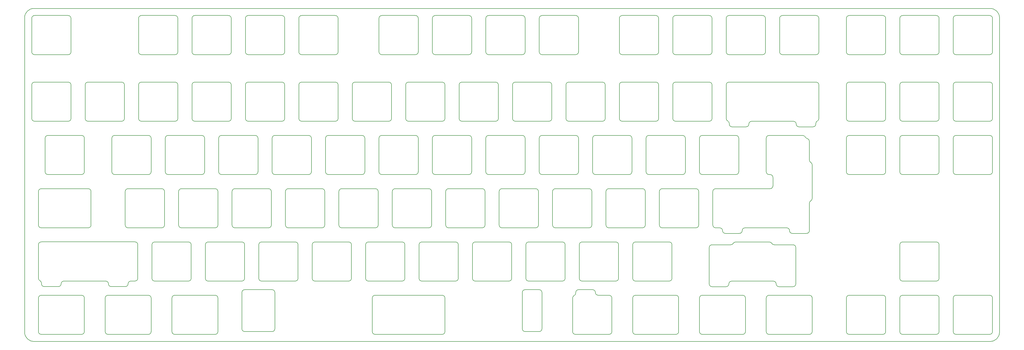
<source format=gbr>
%TF.GenerationSoftware,KiCad,Pcbnew,5.1.7-a382d34a8~88~ubuntu20.04.1*%
%TF.CreationDate,2021-03-29T02:50:00+02:00*%
%TF.ProjectId,mysterium-plate,6d797374-6572-4697-956d-2d706c617465,rev?*%
%TF.SameCoordinates,Original*%
%TF.FileFunction,Legend,Top*%
%TF.FilePolarity,Positive*%
%FSLAX46Y46*%
G04 Gerber Fmt 4.6, Leading zero omitted, Abs format (unit mm)*
G04 Created by KiCad (PCBNEW 5.1.7-a382d34a8~88~ubuntu20.04.1) date 2021-03-29 02:50:00*
%MOMM*%
%LPD*%
G01*
G04 APERTURE LIST*
%TA.AperFunction,Profile*%
%ADD10C,0.200000*%
%TD*%
%TA.AperFunction,Profile*%
%ADD11C,0.150000*%
%TD*%
G04 APERTURE END LIST*
D10*
X288432738Y-123985408D02*
X288432742Y-124205969D01*
X319308738Y-123985414D02*
X319308759Y-124205969D01*
X319852238Y-123095691D02*
G75*
G03*
X320395738Y-122205968I-456500J889723D01*
G01*
X319852238Y-123095691D02*
G75*
G03*
X319308738Y-123985414I456500J-889723D01*
G01*
X287889238Y-123095685D02*
G75*
G02*
X288432738Y-123985408I-456500J-889723D01*
G01*
X287889238Y-123095685D02*
G75*
G02*
X287345738Y-122205962I456500J889723D01*
G01*
X319395737Y-109205961D02*
G75*
G02*
X320395738Y-110205962I0J-1000001D01*
G01*
X320395738Y-122205968D02*
X320395738Y-110205962D01*
X287345738Y-110205962D02*
X287345738Y-122205962D01*
X287345738Y-110205962D02*
G75*
G02*
X288345738Y-109205962I1000000J0D01*
G01*
X42628250Y-180221624D02*
G75*
G02*
X43171750Y-181111347I-456500J-889723D01*
G01*
X51171750Y-180331900D02*
X66047750Y-180331900D01*
X43084750Y-166331901D02*
X76516000Y-166331901D01*
X66047750Y-180331901D02*
G75*
G02*
X67047750Y-181331901I0J-1000000D01*
G01*
X74047750Y-181331901D02*
X74047750Y-181331901D01*
X67047750Y-181331901D02*
X67047750Y-181331901D01*
X43171749Y-181331901D02*
X43171749Y-181111347D01*
X50171750Y-181331901D02*
X50171750Y-181331901D01*
X75047750Y-180331900D02*
X76516000Y-180331900D01*
X74047750Y-181331901D02*
G75*
G02*
X75047750Y-180331901I1000000J0D01*
G01*
X50171750Y-181331901D02*
G75*
G02*
X51171750Y-180331901I1000000J0D01*
G01*
X44171749Y-182331901D02*
G75*
G02*
X43171749Y-181331901I0J1000000D01*
G01*
X42084750Y-167331900D02*
X42084750Y-179331901D01*
X44171749Y-182331900D02*
X49171750Y-182331900D01*
X77516000Y-179331901D02*
G75*
G02*
X76516000Y-180331901I-1000000J0D01*
G01*
X42628250Y-180221624D02*
G75*
G02*
X42084750Y-179331901I456500J889723D01*
G01*
X42084750Y-167331900D02*
G75*
G02*
X43084750Y-166331900I1000000J0D01*
G01*
X50171750Y-181331901D02*
G75*
G02*
X49171750Y-182331901I-1000000J0D01*
G01*
X77516000Y-167331900D02*
X77516000Y-179331901D01*
X68047750Y-182331901D02*
G75*
G02*
X67047750Y-181331901I0J1000000D01*
G01*
X68047750Y-182331900D02*
X73047750Y-182331900D01*
X76516000Y-166331900D02*
G75*
G02*
X77516000Y-167331900I0J-1000000D01*
G01*
X74047750Y-181331901D02*
G75*
G02*
X73047750Y-182331901I-1000000J0D01*
G01*
X310927504Y-163305990D02*
X316010000Y-163305990D01*
X310927504Y-163305991D02*
G75*
G02*
X309927503Y-162305990I0J1000001D01*
G01*
X308927503Y-161305990D02*
G75*
G02*
X309927503Y-162305990I0J-1000000D01*
G01*
X283578300Y-147307301D02*
X303009550Y-147307301D01*
X283578300Y-161307301D02*
X285046550Y-161307301D01*
X286046550Y-162307301D02*
X286046550Y-162307301D01*
X285046550Y-161307301D02*
G75*
G02*
X286046550Y-162307301I0J-1000000D01*
G01*
X282578300Y-148307301D02*
G75*
G02*
X283578300Y-147307301I1000000J0D01*
G01*
X287046550Y-163307301D02*
G75*
G02*
X286046550Y-162307301I0J1000000D01*
G01*
X282578300Y-148307301D02*
X282578300Y-160307301D01*
X283578300Y-161307301D02*
G75*
G02*
X282578300Y-160307301I0J1000000D01*
G01*
X304009550Y-146307301D02*
X304009550Y-143257301D01*
X317009550Y-162307301D02*
G75*
G02*
X316009550Y-163307301I-1000000J0D01*
G01*
X317509550Y-137916275D02*
G75*
G02*
X317009550Y-137050250I500000J866025D01*
G01*
X316219762Y-129366645D02*
G75*
G02*
X315529137Y-128823145I210213J977656D01*
G01*
X317009550Y-130344301D02*
X317009550Y-137050250D01*
X303009550Y-142257301D02*
G75*
G02*
X304009550Y-143257301I0J-1000000D01*
G01*
X303009550Y-142257301D02*
X302628299Y-142257301D01*
X304009550Y-146307301D02*
G75*
G02*
X303009550Y-147307301I-1000000J0D01*
G01*
X317009550Y-152514351D02*
G75*
G02*
X317509550Y-151648326I1000000J0D01*
G01*
X317009550Y-162307301D02*
X317009550Y-152514351D01*
X316219763Y-129366645D02*
G75*
G02*
X317009550Y-130344301I-210213J-977656D01*
G01*
X318009550Y-150782301D02*
G75*
G02*
X317509550Y-151648326I-1000000J0D01*
G01*
X302628299Y-128257301D02*
X314628300Y-128257301D01*
X318009550Y-138782301D02*
X318009550Y-150782301D01*
X302628299Y-142257301D02*
G75*
G02*
X301628299Y-141257301I0J1000000D01*
G01*
X314628299Y-128257302D02*
G75*
G02*
X315529137Y-128823145I1J-999999D01*
G01*
X317509550Y-137916276D02*
G75*
G02*
X318009550Y-138782301I-500000J-866025D01*
G01*
X301628299Y-129257301D02*
G75*
G02*
X302628299Y-128257301I1000000J0D01*
G01*
X301628299Y-129257301D02*
X301628299Y-141257301D01*
X225433208Y-148305982D02*
X225433208Y-160305989D01*
X214639451Y-184406002D02*
G75*
G02*
X215639452Y-183406001I1000001J0D01*
G01*
X145470664Y-142255979D02*
X157470671Y-142255979D01*
X221670706Y-99393456D02*
X233670712Y-99393456D01*
X68270623Y-129255972D02*
X68270623Y-141255978D01*
X182283184Y-160305989D02*
G75*
G02*
X181283184Y-161305989I-1000000J0D01*
G01*
X215620703Y-141255978D02*
G75*
G02*
X214620702Y-142255979I-1000001J0D01*
G01*
X221670706Y-142255979D02*
X233670712Y-142255979D01*
X178808182Y-180356000D02*
X190808189Y-180356000D01*
X228908210Y-166355992D02*
X216908203Y-166355992D01*
X115639398Y-198406009D02*
X125395654Y-198406009D01*
X43076859Y-199406010D02*
X57458117Y-199406010D01*
X306165001Y-182356001D02*
X311165004Y-182356001D01*
X291820744Y-141255978D02*
G75*
G02*
X290820743Y-142255979I-1000001J0D01*
G01*
X259770726Y-142255978D02*
G75*
G02*
X258770726Y-141255978I0J1000000D01*
G01*
X196570693Y-141255978D02*
G75*
G02*
X195570692Y-142255979I-1000001J0D01*
G01*
X254008223Y-186406003D02*
X254008223Y-198406009D01*
X350258275Y-199406010D02*
X362258282Y-199406010D01*
X281288988Y-168355993D02*
X281288988Y-181356000D01*
X90701885Y-199406010D02*
G75*
G02*
X89701884Y-198406009I0J1000001D01*
G01*
X288288992Y-181356000D02*
G75*
G02*
X289288992Y-180356000I1000000J0D01*
G01*
X259770726Y-142255979D02*
X271770733Y-142255979D01*
X139708161Y-167355992D02*
X139708161Y-179355999D01*
X149233167Y-148305982D02*
X149233167Y-160305989D01*
X231195711Y-123205969D02*
X243195717Y-123205969D01*
X363258283Y-122205968D02*
G75*
G02*
X362258282Y-123205969I-1000001J0D01*
G01*
X206095698Y-122205968D02*
G75*
G02*
X205095697Y-123205969I-1000001J0D01*
G01*
X330208264Y-86393449D02*
X330208264Y-98393455D01*
X244195718Y-122205968D02*
G75*
G02*
X243195717Y-123205969I-1000001J0D01*
G01*
X248958221Y-179355999D02*
G75*
G02*
X247958220Y-180356000I-1000001J0D01*
G01*
X167995677Y-122205968D02*
G75*
G02*
X166995676Y-123205969I-1000001J0D01*
G01*
X363258282Y-122205968D02*
X363258282Y-110205962D01*
X201620695Y-129255972D02*
X201620695Y-141255978D01*
X382308293Y-98393455D02*
G75*
G02*
X381308292Y-99393456I-1000001J0D01*
G01*
X88320634Y-142255979D02*
G75*
G02*
X87320633Y-141255978I0J1000001D01*
G01*
X240720716Y-142255979D02*
X252720722Y-142255979D01*
X114608148Y-166355992D02*
X102608141Y-166355992D01*
X350258275Y-142255978D02*
G75*
G02*
X349258275Y-141255978I0J1000000D01*
G01*
X193095690Y-123205969D02*
X205095697Y-123205969D01*
X272770734Y-141255978D02*
G75*
G02*
X271770733Y-142255979I-1000001J0D01*
G01*
X263245729Y-122205968D02*
G75*
G02*
X262245728Y-123205969I-1000001J0D01*
G01*
X269295731Y-123205968D02*
G75*
G02*
X268295731Y-122205968I0J1000000D01*
G01*
X102608141Y-180355999D02*
G75*
G02*
X101608141Y-179355999I0J1000000D01*
G01*
X350258275Y-180356000D02*
X362258282Y-180356000D01*
X95558138Y-166355992D02*
X83558131Y-166355992D01*
X368308285Y-129255972D02*
X368308285Y-141255978D01*
X43076859Y-161305989D02*
X59839368Y-161305989D01*
X101608141Y-167355992D02*
G75*
G02*
X102608141Y-166355992I1000000J0D01*
G01*
X59745618Y-123205968D02*
G75*
G02*
X58745618Y-122205968I0J1000000D01*
G01*
X349258275Y-129255972D02*
X349258275Y-141255978D01*
X106083143Y-160305989D02*
X106083143Y-148305982D01*
X350258275Y-123205969D02*
X362258282Y-123205969D01*
X382308293Y-122205968D02*
G75*
G02*
X381308292Y-123205969I-1000001J0D01*
G01*
X172758180Y-179355999D02*
G75*
G02*
X171758179Y-180356000I-1000001J0D01*
G01*
X350258275Y-199406009D02*
G75*
G02*
X349258275Y-198406009I0J1000000D01*
G01*
X145470664Y-142255978D02*
G75*
G02*
X144470664Y-141255978I0J1000000D01*
G01*
X215908203Y-167355992D02*
G75*
G02*
X216908203Y-166355992I1000000J0D01*
G01*
X331208265Y-199406010D02*
G75*
G02*
X330208264Y-198406009I0J1000001D01*
G01*
X177520682Y-98393455D02*
G75*
G02*
X176520681Y-99393456I-1000001J0D01*
G01*
X320395759Y-98393455D02*
G75*
G02*
X319395758Y-99393456I-1000001J0D01*
G01*
X45458110Y-142255978D02*
G75*
G02*
X44458110Y-141255978I0J1000000D01*
G01*
X164520675Y-142255979D02*
G75*
G02*
X163520674Y-141255978I0J1000001D01*
G01*
X255008224Y-180356000D02*
X267008230Y-180356000D01*
X68270622Y-129255972D02*
G75*
G02*
X69270623Y-128255971I1000001J0D01*
G01*
X60839368Y-160305989D02*
G75*
G02*
X59839368Y-161305989I-1000000J0D01*
G01*
X162139423Y-199406009D02*
G75*
G02*
X161139423Y-198406009I0J1000000D01*
G01*
X163520674Y-86393449D02*
X163520674Y-98393455D01*
X234958213Y-167355992D02*
X234958213Y-179355999D01*
X66889372Y-199406010D02*
X81270630Y-199406010D01*
X287345741Y-86393449D02*
G75*
G02*
X288345742Y-85393448I1000001J0D01*
G01*
X369308285Y-142255978D02*
G75*
G02*
X368308285Y-141255978I0J1000000D01*
G01*
X232576962Y-186406003D02*
X232576962Y-198406009D01*
X120658151Y-167355992D02*
X120658151Y-179355999D01*
X369308285Y-99393456D02*
X381308292Y-99393456D01*
X294201995Y-198406009D02*
G75*
G02*
X293201994Y-199406010I-1000001J0D01*
G01*
X135945659Y-99393456D02*
X147945666Y-99393456D01*
X128895656Y-109205961D02*
X116895649Y-109205961D01*
X192095690Y-110205962D02*
X192095690Y-122205968D01*
X235958213Y-180355999D02*
G75*
G02*
X234958213Y-179355999I0J1000000D01*
G01*
X40695608Y-123205969D02*
X52695614Y-123205969D01*
X196570693Y-98393455D02*
G75*
G02*
X195570692Y-99393456I-1000001J0D01*
G01*
X282295738Y-98393455D02*
X282295738Y-86393449D01*
X344208272Y-122205968D02*
G75*
G02*
X343208271Y-123205969I-1000001J0D01*
G01*
X263533228Y-148305982D02*
X263533228Y-160305989D01*
X111133146Y-148305982D02*
X111133146Y-160305989D01*
X231195711Y-123205969D02*
G75*
G02*
X230195710Y-122205968I0J1000001D01*
G01*
X58458117Y-141255978D02*
X58458117Y-129255972D01*
X363258282Y-98393455D02*
X363258282Y-86393449D01*
X97845639Y-99393456D02*
G75*
G02*
X96845638Y-98393455I0J1000001D01*
G01*
X202620695Y-99393456D02*
X214620702Y-99393456D01*
X74033126Y-161305989D02*
X86033132Y-161305989D01*
X382308293Y-198406009D02*
G75*
G02*
X381308292Y-199406010I-1000001J0D01*
G01*
X239433215Y-160305989D02*
G75*
G02*
X238433215Y-161305989I-1000000J0D01*
G01*
X106083144Y-198406009D02*
G75*
G02*
X105083143Y-199406010I-1000001J0D01*
G01*
X318014508Y-198406009D02*
G75*
G02*
X317014507Y-199406010I-1000001J0D01*
G01*
X121658152Y-180356000D02*
G75*
G02*
X120658151Y-179355999I0J1000001D01*
G01*
X131183157Y-161305989D02*
X143183163Y-161305989D01*
X300345748Y-85393448D02*
X288345742Y-85393448D01*
X188333188Y-161305989D02*
X200333194Y-161305989D01*
X150233167Y-161305989D02*
G75*
G02*
X149233167Y-160305989I0J1000000D01*
G01*
X221670706Y-99393456D02*
G75*
G02*
X220670705Y-98393455I0J1000001D01*
G01*
X87320633Y-129255972D02*
X87320633Y-141255978D01*
X115895649Y-110205962D02*
X115895649Y-122205968D01*
X319308759Y-124205969D02*
G75*
G02*
X318308758Y-125205970I-1000001J0D01*
G01*
X154995670Y-123205969D02*
G75*
G02*
X153995669Y-122205968I0J1000001D01*
G01*
X74033126Y-161305990D02*
G75*
G02*
X73033125Y-160305989I0J1000001D01*
G01*
X90701885Y-199406010D02*
X105083143Y-199406010D01*
X116895649Y-99393456D02*
X128895656Y-99393456D01*
X369308285Y-123205969D02*
X381308292Y-123205969D01*
X313308755Y-125205970D02*
X318308758Y-125205970D01*
X239720715Y-129255972D02*
X239720715Y-141255978D01*
X215908203Y-167355992D02*
X215908203Y-179355999D01*
X289288992Y-180356000D02*
X304165000Y-180356000D01*
X245576969Y-185406003D02*
G75*
G02*
X246576969Y-186406003I0J-1000000D01*
G01*
X245576969Y-185406002D02*
X241695716Y-185406002D01*
X278820736Y-142255979D02*
X290820743Y-142255979D01*
X202620695Y-99393455D02*
G75*
G02*
X201620695Y-98393455I0J1000000D01*
G01*
X350258275Y-99393456D02*
X362258282Y-99393456D01*
X87033132Y-160305989D02*
G75*
G02*
X86033132Y-161305989I-1000000J0D01*
G01*
X131183157Y-161305990D02*
G75*
G02*
X130183156Y-160305989I0J1000001D01*
G01*
X368308285Y-110205962D02*
X368308285Y-122205968D01*
X197858193Y-180356000D02*
X209858199Y-180356000D01*
X363258283Y-198406009D02*
G75*
G02*
X362258282Y-199406010I-1000001J0D01*
G01*
X246576969Y-198406009D02*
X246576969Y-186406003D01*
X250245721Y-123205969D02*
X262245728Y-123205969D01*
X363258283Y-179355999D02*
G75*
G02*
X362258282Y-180356000I-1000001J0D01*
G01*
X215620703Y-98393455D02*
G75*
G02*
X214620702Y-99393456I-1000001J0D01*
G01*
X362258282Y-185406003D02*
G75*
G02*
X363258282Y-186406003I0J-1000000D01*
G01*
X221670706Y-142255979D02*
G75*
G02*
X220670705Y-141255978I0J1000001D01*
G01*
X250245721Y-99393456D02*
X262245728Y-99393456D01*
X363258282Y-198406009D02*
X363258282Y-186406003D01*
X233576962Y-199406009D02*
G75*
G02*
X232576962Y-198406009I0J1000000D01*
G01*
X225145708Y-122205968D02*
G75*
G02*
X224145707Y-123205969I-1000001J0D01*
G01*
X169283177Y-161305989D02*
X181283184Y-161305989D01*
X45458110Y-142255979D02*
X57458117Y-142255979D01*
X369308285Y-123205968D02*
G75*
G02*
X368308285Y-122205968I0J1000000D01*
G01*
X107370644Y-142255979D02*
X119370650Y-142255979D01*
X77795628Y-110205962D02*
X77795628Y-122205968D01*
X164520675Y-142255979D02*
X176520681Y-142255979D01*
X58745618Y-110205962D02*
X58745618Y-122205968D01*
X235958213Y-180356000D02*
X247958220Y-180356000D01*
X202620695Y-142255979D02*
X214620702Y-142255979D01*
X101608141Y-167355992D02*
X101608141Y-179355999D01*
X162233174Y-147305982D02*
X150233167Y-147305982D01*
X226433208Y-161305989D02*
X238433215Y-161305989D01*
X174045680Y-123205969D02*
G75*
G02*
X173045679Y-122205968I0J1000001D01*
G01*
X268295731Y-110205962D02*
X268295731Y-122205968D01*
X245483218Y-161305989D02*
X257483225Y-161305989D01*
X58458118Y-198406009D02*
G75*
G02*
X57458117Y-199406010I-1000001J0D01*
G01*
X350258275Y-123205968D02*
G75*
G02*
X349258275Y-122205968I0J1000000D01*
G01*
X319390753Y-109205961D02*
X288340747Y-109205961D01*
X302633249Y-199406009D02*
G75*
G02*
X301633249Y-198406009I0J1000000D01*
G01*
X282295739Y-98393455D02*
G75*
G02*
X281295738Y-99393456I-1000001J0D01*
G01*
X382308293Y-141255978D02*
G75*
G02*
X381308292Y-142255979I-1000001J0D01*
G01*
X177808182Y-167355992D02*
X177808182Y-179355999D01*
X207383198Y-161305990D02*
G75*
G02*
X206383197Y-160305989I0J1000001D01*
G01*
X88320634Y-142255979D02*
X100320640Y-142255979D01*
X125133153Y-160305989D02*
G75*
G02*
X124133153Y-161305989I-1000000J0D01*
G01*
X363258283Y-98393455D02*
G75*
G02*
X362258282Y-99393456I-1000001J0D01*
G01*
X263245729Y-98393455D02*
G75*
G02*
X262245728Y-99393456I-1000001J0D01*
G01*
X331208265Y-99393456D02*
G75*
G02*
X330208264Y-98393455I0J1000001D01*
G01*
X40695608Y-99393456D02*
X52695614Y-99393456D01*
X169283177Y-161305989D02*
G75*
G02*
X168283177Y-160305989I0J1000000D01*
G01*
X258483225Y-160305989D02*
G75*
G02*
X257483225Y-161305989I-1000000J0D01*
G01*
X344208272Y-98393455D02*
G75*
G02*
X343208271Y-99393456I-1000001J0D01*
G01*
X249245721Y-110205962D02*
X249245721Y-122205968D01*
X254008223Y-167355992D02*
X254008223Y-179355999D01*
X39695607Y-110205962D02*
X39695607Y-122205968D01*
X101320641Y-141255978D02*
G75*
G02*
X100320640Y-142255979I-1000001J0D01*
G01*
X90795635Y-109205961D02*
X78795628Y-109205961D01*
X331208265Y-123205969D02*
G75*
G02*
X330208264Y-122205968I0J1000001D01*
G01*
X126420654Y-142255978D02*
G75*
G02*
X125420654Y-141255978I0J1000000D01*
G01*
X212145700Y-123205968D02*
G75*
G02*
X211145700Y-122205968I0J1000000D01*
G01*
X168283177Y-148305982D02*
X168283177Y-160305989D01*
X110845646Y-122205968D02*
G75*
G02*
X109845645Y-123205969I-1000001J0D01*
G01*
X172758179Y-179355999D02*
X172758179Y-167355992D01*
X247958220Y-166355992D02*
X235958213Y-166355992D01*
X234958213Y-167355992D02*
G75*
G02*
X235958213Y-166355992I1000000J0D01*
G01*
X134658159Y-179355999D02*
X134658159Y-167355992D01*
X133658158Y-166355991D02*
G75*
G02*
X134658159Y-167355992I0J-1000001D01*
G01*
X133658158Y-166355992D02*
X121658152Y-166355992D01*
X120658152Y-167355992D02*
G75*
G02*
X121658152Y-166355992I1000000J0D01*
G01*
X81270630Y-185406002D02*
X66889372Y-185406002D01*
X183570685Y-142255979D02*
X195570692Y-142255979D01*
X381308292Y-185406002D02*
X369308285Y-185406002D01*
X229908211Y-179355999D02*
G75*
G02*
X228908210Y-180356000I-1000001J0D01*
G01*
X229908210Y-179355999D02*
X229908210Y-167355992D01*
X215639452Y-198406009D02*
G75*
G02*
X214639452Y-197406009I0J1000000D01*
G01*
X215639452Y-198406009D02*
X220639455Y-198406009D01*
X221639455Y-197406009D02*
G75*
G02*
X220639455Y-198406009I-1000000J0D01*
G01*
X228908210Y-166355992D02*
G75*
G02*
X229908210Y-167355992I0J-1000000D01*
G01*
X363258282Y-179355999D02*
X363258282Y-167355992D01*
X362258282Y-166355992D02*
G75*
G02*
X363258282Y-167355992I0J-1000000D01*
G01*
X362258282Y-166355992D02*
X350258275Y-166355992D01*
X349258275Y-167355992D02*
G75*
G02*
X350258275Y-166355992I1000000J0D01*
G01*
X214639452Y-184406002D02*
X214639452Y-197406009D01*
X226433208Y-161305989D02*
G75*
G02*
X225433208Y-160305989I0J1000000D01*
G01*
X186045686Y-185406002D02*
X162139423Y-185406002D01*
X369308285Y-199406010D02*
X381308292Y-199406010D01*
X105083143Y-185406003D02*
G75*
G02*
X106083143Y-186406003I0J-1000000D01*
G01*
X81270630Y-185406003D02*
G75*
G02*
X82270630Y-186406003I0J-1000000D01*
G01*
X161139423Y-186406003D02*
X161139423Y-198406009D01*
X105083143Y-185406002D02*
X90701885Y-185406002D01*
X294201995Y-198406009D02*
X294201995Y-186406003D01*
X277820735Y-186406003D02*
G75*
G02*
X278820736Y-185406002I1000001J0D01*
G01*
X65889371Y-186406003D02*
G75*
G02*
X66889372Y-185406002I1000001J0D01*
G01*
X65889371Y-186406003D02*
X65889371Y-198406009D01*
X115639398Y-198406009D02*
G75*
G02*
X114639398Y-197406009I0J1000000D01*
G01*
X293201994Y-185406002D02*
G75*
G02*
X294201995Y-186406003I0J-1000001D01*
G01*
X114639398Y-184406002D02*
X114639398Y-197406009D01*
X125395654Y-183406001D02*
X115639398Y-183406001D01*
X331208265Y-142255979D02*
G75*
G02*
X330208264Y-141255978I0J1000001D01*
G01*
X58458117Y-198406009D02*
X58458117Y-186406003D01*
X318014508Y-198406009D02*
X318014508Y-186406003D01*
X317014507Y-185406002D02*
G75*
G02*
X318014508Y-186406003I0J-1000001D01*
G01*
X42076859Y-148305982D02*
G75*
G02*
X43076859Y-147305982I1000000J0D01*
G01*
X57458117Y-185406003D02*
G75*
G02*
X58458117Y-186406003I0J-1000000D01*
G01*
X57458117Y-185406002D02*
X43076859Y-185406002D01*
X368308284Y-186406003D02*
G75*
G02*
X369308285Y-185406002I1000001J0D01*
G01*
X350258275Y-180355999D02*
G75*
G02*
X349258275Y-179355999I0J1000000D01*
G01*
X42076858Y-186406003D02*
G75*
G02*
X43076859Y-185406002I1000001J0D01*
G01*
X382308292Y-198406009D02*
X382308292Y-186406003D01*
X381308292Y-185406003D02*
G75*
G02*
X382308292Y-186406003I0J-1000000D01*
G01*
X317014507Y-185406002D02*
X302633249Y-185406002D01*
X240720716Y-142255979D02*
G75*
G02*
X239720715Y-141255978I0J1000001D01*
G01*
X301633248Y-186406003D02*
G75*
G02*
X302633249Y-185406002I1000001J0D01*
G01*
X77795628Y-86393449D02*
X77795628Y-98393455D01*
X277820736Y-186406003D02*
X277820736Y-198406009D01*
X343208271Y-185406002D02*
G75*
G02*
X344208272Y-186406003I0J-1000001D01*
G01*
X343208271Y-185406002D02*
X331208265Y-185406002D01*
X239695715Y-183406001D02*
G75*
G02*
X240695716Y-184406002I0J-1000001D01*
G01*
X330208264Y-186406003D02*
G75*
G02*
X331208265Y-185406002I1000001J0D01*
G01*
X241695716Y-185406002D02*
G75*
G02*
X240695716Y-184406002I0J1000000D01*
G01*
X60839369Y-160305989D02*
X60839369Y-148305982D01*
X59839368Y-147305982D02*
X43076859Y-147305982D01*
X82270631Y-198406009D02*
G75*
G02*
X81270630Y-199406010I-1000001J0D01*
G01*
X306395751Y-86393449D02*
X306395751Y-98393455D01*
X233695712Y-184406002D02*
G75*
G02*
X234695713Y-183406001I1000001J0D01*
G01*
X233695712Y-184406002D02*
X233695712Y-184610619D01*
X233695713Y-184610619D02*
G75*
G02*
X233136337Y-185508311I-1000001J0D01*
G01*
X362258282Y-185406002D02*
X350258275Y-185406002D01*
X81270630Y-128255971D02*
X69270623Y-128255971D01*
X232576961Y-186406003D02*
G75*
G02*
X233136337Y-185508311I1000001J0D01*
G01*
X255008224Y-199406010D02*
X269389481Y-199406010D01*
X269295731Y-99393456D02*
X281295738Y-99393456D01*
X270389482Y-198406009D02*
G75*
G02*
X269389481Y-199406010I-1000001J0D01*
G01*
X270389482Y-198406009D02*
X270389482Y-186406003D01*
X269389481Y-185406002D02*
G75*
G02*
X270389482Y-186406003I0J-1000001D01*
G01*
X349258274Y-186406003D02*
G75*
G02*
X350258275Y-185406002I1000001J0D01*
G01*
X312165004Y-181356000D02*
X312165004Y-168355993D01*
X311165004Y-167355993D02*
G75*
G02*
X312165004Y-168355993I0J-1000000D01*
G01*
X311165004Y-167355992D02*
X304459051Y-167355992D01*
X304459051Y-167355993D02*
G75*
G02*
X303593025Y-166855992I0J1000001D01*
G01*
X302726999Y-166355991D02*
G75*
G02*
X303593025Y-166855992I0J-1000001D01*
G01*
X302726999Y-166355992D02*
X290726993Y-166355992D01*
X289860968Y-166855992D02*
G75*
G02*
X290726993Y-166355992I866025J-500000D01*
G01*
X289860966Y-166855992D02*
G75*
G02*
X288994941Y-167355992I-866025J500000D01*
G01*
X288994941Y-167355992D02*
X282288988Y-167355992D01*
X281288987Y-168355993D02*
G75*
G02*
X282288988Y-167355992I1000001J0D01*
G01*
X40695608Y-123205969D02*
G75*
G02*
X39695607Y-122205968I0J1000001D01*
G01*
X139420662Y-141255978D02*
G75*
G02*
X138420661Y-142255979I-1000001J0D01*
G01*
X43076859Y-161305989D02*
G75*
G02*
X42076859Y-160305989I0J1000000D01*
G01*
X302633249Y-142255978D02*
G75*
G02*
X301633249Y-141255978I0J1000000D01*
G01*
X282288988Y-182356000D02*
G75*
G02*
X281288988Y-181356000I0J1000000D01*
G01*
X220383205Y-160305989D02*
X220383205Y-148305982D01*
X83558131Y-180356000D02*
G75*
G02*
X82558130Y-179355999I0J1000001D01*
G01*
X201620695Y-86393449D02*
X201620695Y-98393455D01*
X135945659Y-123205968D02*
G75*
G02*
X134945659Y-122205968I0J1000000D01*
G01*
X210858200Y-179355999D02*
G75*
G02*
X209858199Y-180356000I-1000001J0D01*
G01*
X282288988Y-182356001D02*
X287288991Y-182356001D01*
X112133146Y-161305989D02*
G75*
G02*
X111133146Y-160305989I0J1000000D01*
G01*
X106370643Y-129255972D02*
X106370643Y-141255978D01*
X120370651Y-141255978D02*
G75*
G02*
X119370650Y-142255979I-1000001J0D01*
G01*
X288288992Y-181356000D02*
G75*
G02*
X287288991Y-182356001I-1000001J0D01*
G01*
X187045687Y-198406009D02*
X187045687Y-186406003D01*
X134945659Y-110205962D02*
X134945659Y-122205968D01*
X39695607Y-86393449D02*
X39695607Y-98393455D01*
X148945667Y-98393455D02*
G75*
G02*
X147945666Y-99393456I-1000001J0D01*
G01*
X301633249Y-186406003D02*
X301633249Y-198406009D01*
X173045679Y-110205962D02*
X173045679Y-122205968D01*
X93083136Y-161305989D02*
G75*
G02*
X92083136Y-160305989I0J1000000D01*
G01*
X42076859Y-186406003D02*
X42076859Y-198406009D01*
X42076859Y-148305982D02*
X42076859Y-160305989D01*
X174045680Y-123205969D02*
X186045686Y-123205969D01*
X135945659Y-99393455D02*
G75*
G02*
X134945659Y-98393455I0J1000000D01*
G01*
X331208265Y-123205969D02*
X343208271Y-123205969D01*
X53695615Y-98393455D02*
G75*
G02*
X52695614Y-99393456I-1000001J0D01*
G01*
X183570685Y-142255978D02*
G75*
G02*
X182570685Y-141255978I0J1000000D01*
G01*
X96845638Y-86393449D02*
X96845638Y-98393455D01*
X269295731Y-123205969D02*
X281295738Y-123205969D01*
X207383198Y-161305989D02*
X219383204Y-161305989D01*
X330208264Y-110205962D02*
X330208264Y-122205968D01*
X288345742Y-99393456D02*
G75*
G02*
X287345741Y-98393455I0J1000001D01*
G01*
X220639455Y-183406001D02*
G75*
G02*
X221639456Y-184406002I0J-1000001D01*
G01*
X211145700Y-110205962D02*
X211145700Y-122205968D01*
X234670713Y-98393455D02*
G75*
G02*
X233670712Y-99393456I-1000001J0D01*
G01*
X307395752Y-99393456D02*
X319395758Y-99393456D01*
X255008224Y-199406010D02*
G75*
G02*
X254008223Y-198406009I0J1000001D01*
G01*
X278820736Y-142255978D02*
G75*
G02*
X277820736Y-141255978I0J1000000D01*
G01*
X91795636Y-98393455D02*
G75*
G02*
X90795635Y-99393456I-1000001J0D01*
G01*
X97845639Y-99393456D02*
X109845645Y-99393456D01*
X58458118Y-141255978D02*
G75*
G02*
X57458117Y-142255979I-1000001J0D01*
G01*
X344208272Y-198406009D02*
G75*
G02*
X343208271Y-199406010I-1000001J0D01*
G01*
X349258275Y-186406003D02*
X349258275Y-198406009D01*
X116895649Y-123205968D02*
G75*
G02*
X115895649Y-122205968I0J1000000D01*
G01*
X112133146Y-161305989D02*
X124133153Y-161305989D01*
X363258283Y-141255978D02*
G75*
G02*
X362258282Y-142255979I-1000001J0D01*
G01*
X97845639Y-123205969D02*
G75*
G02*
X96845638Y-122205968I0J1000001D01*
G01*
X140708162Y-180356000D02*
X152708168Y-180356000D01*
X97845639Y-123205969D02*
X109845645Y-123205969D01*
X134658159Y-179355999D02*
G75*
G02*
X133658158Y-180356000I-1000001J0D01*
G01*
X115895649Y-86393449D02*
X115895649Y-98393455D01*
X116895649Y-99393455D02*
G75*
G02*
X115895649Y-98393455I0J1000000D01*
G01*
X40695608Y-99393456D02*
G75*
G02*
X39695607Y-98393455I0J1000001D01*
G01*
X331208265Y-99393456D02*
X343208271Y-99393456D01*
X82558130Y-167355992D02*
X82558130Y-179355999D01*
X164520675Y-99393456D02*
G75*
G02*
X163520674Y-98393455I0J1000001D01*
G01*
X249245721Y-86393449D02*
X249245721Y-98393455D01*
X369308285Y-142255979D02*
X381308292Y-142255979D01*
X162139423Y-199406010D02*
X186045686Y-199406010D01*
X201333194Y-160305989D02*
G75*
G02*
X200333194Y-161305989I-1000000J0D01*
G01*
X72745626Y-122205968D02*
G75*
G02*
X71745625Y-123205969I-1000001J0D01*
G01*
X158758172Y-167355992D02*
X158758172Y-179355999D01*
X368308285Y-86393449D02*
X368308285Y-98393455D01*
X233576962Y-199406010D02*
X245576969Y-199406010D01*
X220639455Y-183406001D02*
X215639452Y-183406001D01*
X250245721Y-123205968D02*
G75*
G02*
X249245721Y-122205968I0J1000000D01*
G01*
X258770726Y-129255972D02*
X258770726Y-141255978D01*
X197858193Y-180356000D02*
G75*
G02*
X196858192Y-179355999I0J1000001D01*
G01*
X135945659Y-123205969D02*
X147945666Y-123205969D01*
X78795628Y-123205968D02*
G75*
G02*
X77795628Y-122205968I0J1000000D01*
G01*
X182570685Y-129255972D02*
X182570685Y-141255978D01*
X77795627Y-110205962D02*
G75*
G02*
X78795628Y-109205961I1000001J0D01*
G01*
X201333195Y-160305989D02*
X201333195Y-148305982D01*
X245483218Y-161305989D02*
G75*
G02*
X244483218Y-160305989I0J1000000D01*
G01*
X250245721Y-99393455D02*
G75*
G02*
X249245721Y-98393455I0J1000000D01*
G01*
X149233167Y-148305982D02*
G75*
G02*
X150233167Y-147305982I1000000J0D01*
G01*
X330208264Y-129255972D02*
X330208264Y-141255978D01*
X350258275Y-99393455D02*
G75*
G02*
X349258275Y-98393455I0J1000000D01*
G01*
X178808182Y-180355999D02*
G75*
G02*
X177808182Y-179355999I0J1000000D01*
G01*
X187045687Y-122205968D02*
G75*
G02*
X186045686Y-123205969I-1000001J0D01*
G01*
X183570685Y-99393456D02*
X195570692Y-99393456D01*
X183570685Y-99393455D02*
G75*
G02*
X182570685Y-98393455I0J1000000D01*
G01*
X216908203Y-180355999D02*
G75*
G02*
X215908203Y-179355999I0J1000000D01*
G01*
X177520682Y-141255978D02*
G75*
G02*
X176520681Y-142255979I-1000001J0D01*
G01*
X188333188Y-161305990D02*
G75*
G02*
X187333187Y-160305989I0J1000001D01*
G01*
X307395752Y-99393456D02*
G75*
G02*
X306395751Y-98393455I0J1000001D01*
G01*
X158470671Y-141255978D02*
X158470671Y-129255972D01*
X164520675Y-99393456D02*
X176520681Y-99393456D01*
X66889372Y-199406010D02*
G75*
G02*
X65889371Y-198406009I0J1000001D01*
G01*
X246576970Y-198406009D02*
G75*
G02*
X245576969Y-199406010I-1000001J0D01*
G01*
X148945667Y-122205968D02*
G75*
G02*
X147945666Y-123205969I-1000001J0D01*
G01*
X220670705Y-86393449D02*
X220670705Y-98393455D01*
X78795628Y-99393455D02*
G75*
G02*
X77795628Y-98393455I0J1000000D01*
G01*
X163520674Y-129255972D02*
X163520674Y-141255978D01*
X93083136Y-161305989D02*
X105083143Y-161305989D01*
X106083143Y-160305989D02*
G75*
G02*
X105083143Y-161305989I-1000000J0D01*
G01*
X134945659Y-86393449D02*
X134945659Y-98393455D01*
X107370644Y-142255979D02*
G75*
G02*
X106370643Y-141255978I0J1000001D01*
G01*
X153995669Y-110205962D02*
X153995669Y-122205968D01*
X369308285Y-99393455D02*
G75*
G02*
X368308285Y-98393455I0J1000000D01*
G01*
X129895657Y-98393455D02*
G75*
G02*
X128895656Y-99393456I-1000001J0D01*
G01*
X144183164Y-160305989D02*
X144183164Y-148305982D01*
X202620695Y-142255978D02*
G75*
G02*
X201620695Y-141255978I0J1000000D01*
G01*
X264533229Y-161305989D02*
X276533235Y-161305989D01*
X69270623Y-142255978D02*
G75*
G02*
X68270623Y-141255978I0J1000000D01*
G01*
X144183163Y-160305989D02*
G75*
G02*
X143183163Y-161305989I-1000000J0D01*
G01*
X287051491Y-163305990D02*
X292051494Y-163305990D01*
X293051494Y-162305990D02*
G75*
G02*
X294051495Y-161305989I1000001J0D01*
G01*
X83558131Y-180356000D02*
X95558138Y-180356000D01*
X96558138Y-179355999D02*
X96558138Y-167355992D01*
X220670705Y-129255972D02*
X220670705Y-141255978D01*
X134945658Y-86393449D02*
G75*
G02*
X135945659Y-85393448I1000001J0D01*
G01*
X271770733Y-128255971D02*
X259770726Y-128255971D01*
X196570692Y-141255978D02*
X196570692Y-129255972D01*
X195570692Y-128255971D02*
X183570685Y-128255971D01*
X221639456Y-197406009D02*
X221639456Y-184406002D01*
X143183163Y-147305981D02*
G75*
G02*
X144183164Y-148305982I0J-1000001D01*
G01*
X130183157Y-148305982D02*
G75*
G02*
X131183157Y-147305982I1000000J0D01*
G01*
X150233167Y-161305989D02*
X162233174Y-161305989D01*
X163233174Y-160305989D02*
X163233174Y-148305982D01*
X382308292Y-141255978D02*
X382308292Y-129255972D01*
X39695607Y-110205962D02*
G75*
G02*
X40695608Y-109205961I1000001J0D01*
G01*
X319395758Y-85393448D02*
G75*
G02*
X320395759Y-86393449I0J-1000001D01*
G01*
X281295738Y-85393449D02*
G75*
G02*
X282295738Y-86393449I0J-1000000D01*
G01*
X268295730Y-86393449D02*
G75*
G02*
X269295731Y-85393448I1000001J0D01*
G01*
X288345742Y-99393456D02*
X300345748Y-99393456D01*
X230195710Y-110205962D02*
X230195710Y-122205968D01*
X293201994Y-185406002D02*
X278820736Y-185406002D01*
X331208265Y-142255979D02*
X343208271Y-142255979D01*
X161139422Y-186406003D02*
G75*
G02*
X162139423Y-185406002I1000001J0D01*
G01*
X89701884Y-186406003D02*
G75*
G02*
X90701885Y-185406002I1000001J0D01*
G01*
X186045686Y-185406002D02*
G75*
G02*
X187045687Y-186406003I0J-1000001D01*
G01*
X121658152Y-180356000D02*
X133658158Y-180356000D01*
X82558131Y-167355992D02*
G75*
G02*
X83558131Y-166355992I1000000J0D01*
G01*
X267008230Y-166355992D02*
X255008224Y-166355992D01*
X191808189Y-179355999D02*
X191808189Y-167355992D01*
X190808189Y-166355992D02*
X178808182Y-166355992D01*
X196858193Y-167355992D02*
G75*
G02*
X197858193Y-166355992I1000000J0D01*
G01*
X281295738Y-109205962D02*
G75*
G02*
X282295738Y-110205962I0J-1000000D01*
G01*
X344208272Y-198406009D02*
X344208272Y-186406003D01*
X281295738Y-109205961D02*
X269295731Y-109205961D01*
X115895648Y-110205962D02*
G75*
G02*
X116895649Y-109205961I1000001J0D01*
G01*
X78795628Y-99393456D02*
X90795635Y-99393456D01*
X381308292Y-109205962D02*
G75*
G02*
X382308292Y-110205962I0J-1000000D01*
G01*
X368308284Y-110205962D02*
G75*
G02*
X369308285Y-109205961I1000001J0D01*
G01*
X176520681Y-128255971D02*
X164520675Y-128255971D01*
X138420661Y-128255971D02*
X126420654Y-128255971D01*
X234670713Y-141255978D02*
G75*
G02*
X233670712Y-142255979I-1000001J0D01*
G01*
X368308285Y-186406003D02*
X368308285Y-198406009D01*
X330208264Y-186406003D02*
X330208264Y-198406009D01*
X59839368Y-147305981D02*
G75*
G02*
X60839369Y-148305982I0J-1000001D01*
G01*
X182570685Y-86393449D02*
X182570685Y-98393455D01*
X234670713Y-141255978D02*
X234670713Y-129255972D01*
X287345741Y-86393449D02*
X287345741Y-98393455D01*
X212145700Y-123205969D02*
X224145707Y-123205969D01*
X254008223Y-186406003D02*
G75*
G02*
X255008224Y-185406002I1000001J0D01*
G01*
X82270630Y-198406009D02*
X82270630Y-186406003D01*
X53695615Y-122205968D02*
G75*
G02*
X52695614Y-123205969I-1000001J0D01*
G01*
X43076859Y-199406009D02*
G75*
G02*
X42076859Y-198406009I0J1000000D01*
G01*
X350258275Y-142255979D02*
X362258282Y-142255979D01*
X381308292Y-109205961D02*
X369308285Y-109205961D01*
X255008224Y-180356000D02*
G75*
G02*
X254008223Y-179355999I0J1000001D01*
G01*
X177520682Y-141255978D02*
X177520682Y-129255972D01*
X163520674Y-129255972D02*
G75*
G02*
X164520675Y-128255971I1000001J0D01*
G01*
X125420653Y-129255972D02*
G75*
G02*
X126420654Y-128255971I1000001J0D01*
G01*
X157470671Y-128255972D02*
G75*
G02*
X158470671Y-129255972I0J-1000000D01*
G01*
X144470663Y-129255972D02*
G75*
G02*
X145470664Y-128255971I1000001J0D01*
G01*
X87033133Y-160305989D02*
X87033133Y-148305982D01*
X239695715Y-183406001D02*
X234695713Y-183406001D01*
X220383204Y-160305989D02*
G75*
G02*
X219383204Y-161305989I-1000000J0D01*
G01*
X277820736Y-129255972D02*
X277820736Y-141255978D01*
X110845646Y-98393455D02*
G75*
G02*
X109845645Y-99393456I-1000001J0D01*
G01*
X253720723Y-141255978D02*
G75*
G02*
X252720722Y-142255979I-1000001J0D01*
G01*
X53695615Y-98393455D02*
X53695615Y-86393449D01*
X52695614Y-85393448D02*
G75*
G02*
X53695615Y-86393449I0J-1000001D01*
G01*
X52695614Y-85393448D02*
X40695608Y-85393448D01*
X39695607Y-86393449D02*
G75*
G02*
X40695608Y-85393448I1000001J0D01*
G01*
X91795635Y-98393455D02*
X91795635Y-86393449D01*
X90795635Y-85393449D02*
G75*
G02*
X91795635Y-86393449I0J-1000000D01*
G01*
X90795635Y-85393448D02*
X78795628Y-85393448D01*
X77795627Y-86393449D02*
G75*
G02*
X78795628Y-85393448I1000001J0D01*
G01*
X264533229Y-161305990D02*
G75*
G02*
X263533228Y-160305989I0J1000001D01*
G01*
X234670713Y-98393455D02*
X234670713Y-86393449D01*
X233670712Y-85393448D02*
G75*
G02*
X234670713Y-86393449I0J-1000001D01*
G01*
X233670712Y-85393448D02*
X221670706Y-85393448D01*
X220670705Y-86393449D02*
G75*
G02*
X221670706Y-85393448I1000001J0D01*
G01*
X278820736Y-199406010D02*
X293201994Y-199406010D01*
X153708169Y-179355999D02*
G75*
G02*
X152708168Y-180356000I-1000001J0D01*
G01*
X129895656Y-98393455D02*
X129895656Y-86393449D01*
X128895656Y-85393449D02*
G75*
G02*
X129895656Y-86393449I0J-1000000D01*
G01*
X344208272Y-141255978D02*
G75*
G02*
X343208271Y-142255979I-1000001J0D01*
G01*
X154995670Y-123205969D02*
X166995676Y-123205969D01*
X187045687Y-198406009D02*
G75*
G02*
X186045686Y-199406010I-1000001J0D01*
G01*
X140708162Y-180356000D02*
G75*
G02*
X139708161Y-179355999I0J1000001D01*
G01*
X128895656Y-85393448D02*
X116895649Y-85393448D01*
X115895648Y-86393449D02*
G75*
G02*
X116895649Y-85393448I1000001J0D01*
G01*
X196570692Y-98393455D02*
X196570692Y-86393449D01*
X195570692Y-85393449D02*
G75*
G02*
X196570692Y-86393449I0J-1000000D01*
G01*
X195570692Y-85393448D02*
X183570685Y-85393448D01*
X182570684Y-86393449D02*
G75*
G02*
X183570685Y-85393448I1000001J0D01*
G01*
X110845646Y-98393455D02*
X110845646Y-86393449D01*
X269295731Y-99393455D02*
G75*
G02*
X268295731Y-98393455I0J1000000D01*
G01*
X126395654Y-197406009D02*
G75*
G02*
X125395654Y-198406009I-1000000J0D01*
G01*
X268008231Y-179355999D02*
G75*
G02*
X267008230Y-180356000I-1000001J0D01*
G01*
X109845645Y-85393448D02*
G75*
G02*
X110845646Y-86393449I0J-1000001D01*
G01*
X109845645Y-85393448D02*
X97845639Y-85393448D01*
X96845638Y-86393449D02*
G75*
G02*
X97845639Y-85393448I1000001J0D01*
G01*
X215620702Y-98393455D02*
X215620702Y-86393449D01*
X214620702Y-85393449D02*
G75*
G02*
X215620702Y-86393449I0J-1000000D01*
G01*
X214620702Y-85393448D02*
X202620695Y-85393448D01*
X186045686Y-109205961D02*
G75*
G02*
X187045687Y-110205962I0J-1000001D01*
G01*
X173045679Y-110205962D02*
G75*
G02*
X174045680Y-109205961I1000001J0D01*
G01*
X201620694Y-86393449D02*
G75*
G02*
X202620695Y-85393448I1000001J0D01*
G01*
X148945666Y-98393455D02*
X148945666Y-86393449D01*
X115608149Y-179355999D02*
G75*
G02*
X114608148Y-180356000I-1000001J0D01*
G01*
X147945666Y-85393449D02*
G75*
G02*
X148945666Y-86393449I0J-1000000D01*
G01*
X147945666Y-85393448D02*
X135945659Y-85393448D01*
X177520682Y-98393455D02*
X177520682Y-86393449D01*
X258770725Y-129255972D02*
G75*
G02*
X259770726Y-128255971I1000001J0D01*
G01*
X176520681Y-85393448D02*
G75*
G02*
X177520682Y-86393449I0J-1000001D01*
G01*
X176520681Y-85393448D02*
X164520675Y-85393448D01*
X163520674Y-86393449D02*
G75*
G02*
X164520675Y-85393448I1000001J0D01*
G01*
X53695615Y-122205968D02*
X53695615Y-110205962D01*
X52695614Y-109205961D02*
G75*
G02*
X53695615Y-110205962I0J-1000001D01*
G01*
X52695614Y-109205961D02*
X40695608Y-109205961D01*
X320395759Y-98393455D02*
X320395759Y-86393449D01*
X319395758Y-85393448D02*
X307395752Y-85393448D01*
X306395751Y-86393449D02*
G75*
G02*
X307395752Y-85393448I1000001J0D01*
G01*
X281295738Y-85393448D02*
X269295731Y-85393448D01*
X268295731Y-86393449D02*
X268295731Y-98393455D01*
X301345749Y-98393455D02*
G75*
G02*
X300345748Y-99393456I-1000001J0D01*
G01*
X301345749Y-98393455D02*
X301345749Y-86393449D01*
X300345748Y-85393448D02*
G75*
G02*
X301345749Y-86393449I0J-1000001D01*
G01*
X382308292Y-98393455D02*
X382308292Y-86393449D01*
X381308292Y-85393449D02*
G75*
G02*
X382308292Y-86393449I0J-1000000D01*
G01*
X381308292Y-85393448D02*
X369308285Y-85393448D01*
X368308284Y-86393449D02*
G75*
G02*
X369308285Y-85393448I1000001J0D01*
G01*
X344208272Y-98393455D02*
X344208272Y-86393449D01*
X343208271Y-85393448D02*
G75*
G02*
X344208272Y-86393449I0J-1000001D01*
G01*
X349258275Y-110205962D02*
X349258275Y-122205968D01*
X343208271Y-85393448D02*
X331208265Y-85393448D01*
X330208264Y-86393449D02*
G75*
G02*
X331208265Y-85393448I1000001J0D01*
G01*
X263245728Y-98393455D02*
X263245728Y-86393449D01*
X262245728Y-85393449D02*
G75*
G02*
X263245728Y-86393449I0J-1000000D01*
G01*
X262245728Y-85393448D02*
X250245721Y-85393448D01*
X249245720Y-86393449D02*
G75*
G02*
X250245721Y-85393448I1000001J0D01*
G01*
X362258282Y-85393449D02*
G75*
G02*
X363258282Y-86393449I0J-1000000D01*
G01*
X362258282Y-85393448D02*
X350258275Y-85393448D01*
X349258274Y-86393449D02*
G75*
G02*
X350258275Y-85393448I1000001J0D01*
G01*
X349258275Y-86393449D02*
X349258275Y-98393455D01*
X78795628Y-123205969D02*
X90795635Y-123205969D01*
X91795636Y-122205968D02*
G75*
G02*
X90795635Y-123205969I-1000001J0D01*
G01*
X91795635Y-122205968D02*
X91795635Y-110205962D01*
X90795635Y-109205962D02*
G75*
G02*
X91795635Y-110205962I0J-1000000D01*
G01*
X206095697Y-122205968D02*
X206095697Y-110205962D01*
X205095697Y-109205962D02*
G75*
G02*
X206095697Y-110205962I0J-1000000D01*
G01*
X205095697Y-109205961D02*
X193095690Y-109205961D01*
X192095689Y-110205962D02*
G75*
G02*
X193095690Y-109205961I1000001J0D01*
G01*
X148945666Y-122205968D02*
X148945666Y-110205962D01*
X147945666Y-109205962D02*
G75*
G02*
X148945666Y-110205962I0J-1000000D01*
G01*
X147945666Y-109205961D02*
X135945659Y-109205961D01*
X134945658Y-110205962D02*
G75*
G02*
X135945659Y-109205961I1000001J0D01*
G01*
X302633249Y-199406010D02*
X317014507Y-199406010D01*
X116895649Y-123205969D02*
X128895656Y-123205969D01*
X129895657Y-122205968D02*
G75*
G02*
X128895656Y-123205969I-1000001J0D01*
G01*
X129895656Y-122205968D02*
X129895656Y-110205962D01*
X128895656Y-109205962D02*
G75*
G02*
X129895656Y-110205962I0J-1000000D01*
G01*
X167995677Y-122205968D02*
X167995677Y-110205962D01*
X166995676Y-109205961D02*
G75*
G02*
X167995677Y-110205962I0J-1000001D01*
G01*
X166995676Y-109205961D02*
X154995670Y-109205961D01*
X278820736Y-199406009D02*
G75*
G02*
X277820736Y-198406009I0J1000000D01*
G01*
X158470672Y-141255978D02*
G75*
G02*
X157470671Y-142255979I-1000001J0D01*
G01*
X139420661Y-141255978D02*
X139420661Y-129255972D01*
X153995669Y-110205962D02*
G75*
G02*
X154995670Y-109205961I1000001J0D01*
G01*
X110845646Y-122205968D02*
X110845646Y-110205962D01*
X109845645Y-109205961D02*
G75*
G02*
X110845646Y-110205962I0J-1000001D01*
G01*
X109845645Y-109205961D02*
X97845639Y-109205961D01*
X96845638Y-110205962D02*
G75*
G02*
X97845639Y-109205961I1000001J0D01*
G01*
X72745625Y-122205968D02*
X72745625Y-110205962D01*
X89701884Y-186406003D02*
X89701884Y-198406009D01*
X252720722Y-128255971D02*
X240720716Y-128255971D01*
X291820744Y-141255978D02*
X291820744Y-129255972D01*
X290820743Y-128255971D02*
X278820736Y-128255971D01*
X71745625Y-109205962D02*
G75*
G02*
X72745625Y-110205962I0J-1000000D01*
G01*
X71745625Y-109205961D02*
X59745618Y-109205961D01*
X58745617Y-110205962D02*
G75*
G02*
X59745618Y-109205961I1000001J0D01*
G01*
X187045687Y-122205968D02*
X187045687Y-110205962D01*
X244483218Y-148305982D02*
G75*
G02*
X245483218Y-147305982I1000000J0D01*
G01*
X349258275Y-167355992D02*
X349258275Y-179355999D01*
X186045686Y-109205961D02*
X174045680Y-109205961D01*
X362258282Y-109205962D02*
G75*
G02*
X363258282Y-110205962I0J-1000000D01*
G01*
X362258282Y-109205961D02*
X350258275Y-109205961D01*
X349258274Y-110205962D02*
G75*
G02*
X350258275Y-109205961I1000001J0D01*
G01*
X244195718Y-122205968D02*
X244195718Y-110205962D01*
X243195717Y-109205961D02*
G75*
G02*
X244195718Y-110205962I0J-1000001D01*
G01*
X243195717Y-109205961D02*
X231195711Y-109205961D01*
X125395654Y-183406002D02*
G75*
G02*
X126395654Y-184406002I0J-1000000D01*
G01*
X230195710Y-110205962D02*
G75*
G02*
X231195711Y-109205961I1000001J0D01*
G01*
X282295738Y-122205968D02*
X282295738Y-110205962D01*
X210858200Y-179355999D02*
X210858200Y-167355992D01*
X209858199Y-166355991D02*
G75*
G02*
X210858200Y-167355992I0J-1000001D01*
G01*
X153708169Y-179355999D02*
X153708169Y-167355992D01*
X152708168Y-166355992D02*
X140708162Y-166355992D01*
X268295730Y-110205962D02*
G75*
G02*
X269295731Y-109205961I1000001J0D01*
G01*
X344208272Y-122205968D02*
X344208272Y-110205962D01*
X126420654Y-142255979D02*
X138420661Y-142255979D01*
X343208271Y-109205961D02*
G75*
G02*
X344208272Y-110205962I0J-1000001D01*
G01*
X343208271Y-109205961D02*
X331208265Y-109205961D01*
X330208264Y-110205962D02*
G75*
G02*
X331208265Y-109205961I1000001J0D01*
G01*
X263245728Y-122205968D02*
X263245728Y-110205962D01*
X262245728Y-109205962D02*
G75*
G02*
X263245728Y-110205962I0J-1000000D01*
G01*
X262245728Y-109205961D02*
X250245721Y-109205961D01*
X249245720Y-110205962D02*
G75*
G02*
X250245721Y-109205961I1000001J0D01*
G01*
X331208265Y-199406010D02*
X343208271Y-199406010D01*
X244483218Y-148305982D02*
X244483218Y-160305989D01*
X289432742Y-125205969D02*
G75*
G02*
X288432742Y-124205969I0J1000000D01*
G01*
X289432742Y-125205970D02*
X294432745Y-125205970D01*
X59745618Y-123205969D02*
X71745625Y-123205969D01*
X295432746Y-124205969D02*
G75*
G02*
X294432745Y-125205970I-1000001J0D01*
G01*
X295432746Y-124205969D02*
G75*
G02*
X296432746Y-123205969I1000000J0D01*
G01*
X296432746Y-123205969D02*
X311308754Y-123205969D01*
X311308754Y-123205968D02*
G75*
G02*
X312308755Y-124205969I0J-1000001D01*
G01*
X313308755Y-125205969D02*
G75*
G02*
X312308755Y-124205969I0J1000000D01*
G01*
X225145707Y-122205968D02*
X225145707Y-110205962D01*
X224145707Y-109205962D02*
G75*
G02*
X225145707Y-110205962I0J-1000000D01*
G01*
X224145707Y-109205961D02*
X212145700Y-109205961D01*
X211145699Y-110205962D02*
G75*
G02*
X212145700Y-109205961I1000001J0D01*
G01*
X101320641Y-141255978D02*
X101320641Y-129255972D01*
X312165005Y-181356000D02*
G75*
G02*
X311165004Y-182356001I-1000001J0D01*
G01*
X100320640Y-128255971D02*
G75*
G02*
X101320641Y-129255972I0J-1000001D01*
G01*
X100320640Y-128255971D02*
X88320634Y-128255971D01*
X87320633Y-129255972D02*
G75*
G02*
X88320634Y-128255971I1000001J0D01*
G01*
X120370651Y-141255978D02*
X120370651Y-129255972D01*
X119370650Y-128255971D02*
G75*
G02*
X120370651Y-129255972I0J-1000001D01*
G01*
X119370650Y-128255971D02*
X107370644Y-128255971D01*
X96845638Y-110205962D02*
X96845638Y-122205968D01*
X106370643Y-129255972D02*
G75*
G02*
X107370644Y-128255971I1000001J0D01*
G01*
X382308292Y-122205968D02*
X382308292Y-110205962D01*
X176520681Y-128255971D02*
G75*
G02*
X177520682Y-129255972I0J-1000001D01*
G01*
X138420661Y-128255972D02*
G75*
G02*
X139420661Y-129255972I0J-1000000D01*
G01*
X125420654Y-129255972D02*
X125420654Y-141255978D01*
X157470671Y-128255971D02*
X145470664Y-128255971D01*
X144470664Y-129255972D02*
X144470664Y-141255978D01*
X69270623Y-142255979D02*
X81270630Y-142255979D01*
X82270631Y-141255978D02*
G75*
G02*
X81270630Y-142255979I-1000001J0D01*
G01*
X82270630Y-141255978D02*
X82270630Y-129255972D01*
X81270630Y-128255972D02*
G75*
G02*
X82270630Y-129255972I0J-1000000D01*
G01*
X57458117Y-128255972D02*
G75*
G02*
X58458117Y-129255972I0J-1000000D01*
G01*
X57458117Y-128255971D02*
X45458110Y-128255971D01*
X44458109Y-129255972D02*
G75*
G02*
X45458110Y-128255971I1000001J0D01*
G01*
X44458110Y-129255972D02*
X44458110Y-141255978D01*
X253720723Y-141255978D02*
X253720723Y-129255972D01*
X252720722Y-128255971D02*
G75*
G02*
X253720723Y-129255972I0J-1000001D01*
G01*
X239720715Y-129255972D02*
G75*
G02*
X240720716Y-128255971I1000001J0D01*
G01*
X290820743Y-128255971D02*
G75*
G02*
X291820744Y-129255972I0J-1000001D01*
G01*
X277820735Y-129255972D02*
G75*
G02*
X278820736Y-128255971I1000001J0D01*
G01*
X344208272Y-141255978D02*
X344208272Y-129255972D01*
X343208271Y-128255971D02*
G75*
G02*
X344208272Y-129255972I0J-1000001D01*
G01*
X343208271Y-128255971D02*
X331208265Y-128255971D01*
X330208264Y-129255972D02*
G75*
G02*
X331208265Y-128255971I1000001J0D01*
G01*
X215620702Y-141255978D02*
X215620702Y-129255972D01*
X214620702Y-128255972D02*
G75*
G02*
X215620702Y-129255972I0J-1000000D01*
G01*
X214620702Y-128255971D02*
X202620695Y-128255971D01*
X201620694Y-129255972D02*
G75*
G02*
X202620695Y-128255971I1000001J0D01*
G01*
X233670712Y-128255971D02*
G75*
G02*
X234670713Y-129255972I0J-1000001D01*
G01*
X233670712Y-128255971D02*
X221670706Y-128255971D01*
X220670705Y-129255972D02*
G75*
G02*
X221670706Y-128255971I1000001J0D01*
G01*
X272770733Y-141255978D02*
X272770733Y-129255972D01*
X271770733Y-128255972D02*
G75*
G02*
X272770733Y-129255972I0J-1000000D01*
G01*
X195570692Y-128255972D02*
G75*
G02*
X196570692Y-129255972I0J-1000000D01*
G01*
X182570684Y-129255972D02*
G75*
G02*
X183570685Y-128255971I1000001J0D01*
G01*
X159758172Y-180355999D02*
G75*
G02*
X158758172Y-179355999I0J1000000D01*
G01*
X143183163Y-147305982D02*
X131183157Y-147305982D01*
X130183156Y-148305982D02*
X130183156Y-160305989D01*
X163233174Y-160305989D02*
G75*
G02*
X162233174Y-161305989I-1000000J0D01*
G01*
X162233174Y-147305982D02*
G75*
G02*
X163233174Y-148305982I0J-1000000D01*
G01*
X381308292Y-128255972D02*
G75*
G02*
X382308292Y-129255972I0J-1000000D01*
G01*
X381308292Y-128255971D02*
X369308285Y-128255971D01*
X114639397Y-184406002D02*
G75*
G02*
X115639398Y-183406001I1000001J0D01*
G01*
X248958220Y-179355999D02*
X248958220Y-167355992D01*
X171758179Y-166355992D02*
G75*
G02*
X172758179Y-167355992I0J-1000000D01*
G01*
X368308284Y-129255972D02*
G75*
G02*
X369308285Y-128255971I1000001J0D01*
G01*
X86033132Y-147305981D02*
G75*
G02*
X87033133Y-148305982I0J-1000001D01*
G01*
X86033132Y-147305982D02*
X74033126Y-147305982D01*
X73033126Y-148305982D02*
G75*
G02*
X74033126Y-147305982I1000000J0D01*
G01*
X73033125Y-148305982D02*
X73033125Y-160305989D01*
X363258282Y-141255978D02*
X363258282Y-129255972D01*
X362258282Y-128255972D02*
G75*
G02*
X363258282Y-129255972I0J-1000000D01*
G01*
X362258282Y-128255971D02*
X350258275Y-128255971D01*
X349258274Y-129255972D02*
G75*
G02*
X350258275Y-128255971I1000001J0D01*
G01*
X125133153Y-160305989D02*
X125133153Y-148305982D01*
X124133153Y-147305982D02*
G75*
G02*
X125133153Y-148305982I0J-1000000D01*
G01*
X124133153Y-147305982D02*
X112133146Y-147305982D01*
X111133146Y-148305982D02*
G75*
G02*
X112133146Y-147305982I1000000J0D01*
G01*
X105083143Y-147305982D02*
G75*
G02*
X106083143Y-148305982I0J-1000000D01*
G01*
X282295739Y-122205968D02*
G75*
G02*
X281295738Y-123205969I-1000001J0D01*
G01*
X105083143Y-147305982D02*
X93083136Y-147305982D01*
X92083136Y-148305982D02*
G75*
G02*
X93083136Y-147305982I1000000J0D01*
G01*
X92083136Y-148305982D02*
X92083136Y-160305989D01*
X200333194Y-147305981D02*
G75*
G02*
X201333195Y-148305982I0J-1000001D01*
G01*
X200333194Y-147305982D02*
X188333188Y-147305982D01*
X193095690Y-123205968D02*
G75*
G02*
X192095690Y-122205968I0J1000000D01*
G01*
X187333188Y-148305982D02*
G75*
G02*
X188333188Y-147305982I1000000J0D01*
G01*
X277533235Y-160305989D02*
G75*
G02*
X276533235Y-161305989I-1000000J0D01*
G01*
X187333187Y-148305982D02*
X187333187Y-160305989D01*
X159758172Y-180356000D02*
X171758179Y-180356000D01*
X182283184Y-160305989D02*
X182283184Y-148305982D01*
X369308285Y-199406009D02*
G75*
G02*
X368308285Y-198406009I0J1000000D01*
G01*
X126395654Y-197406009D02*
X126395654Y-184406002D01*
X181283184Y-147305982D02*
G75*
G02*
X182283184Y-148305982I0J-1000000D01*
G01*
X181283184Y-147305982D02*
X169283177Y-147305982D01*
X168283177Y-148305982D02*
G75*
G02*
X169283177Y-147305982I1000000J0D01*
G01*
X277533236Y-160305989D02*
X277533236Y-148305982D01*
X276533235Y-147305981D02*
G75*
G02*
X277533236Y-148305982I0J-1000001D01*
G01*
X276533235Y-147305982D02*
X264533229Y-147305982D01*
X263533229Y-148305982D02*
G75*
G02*
X264533229Y-147305982I1000000J0D01*
G01*
X239433215Y-160305989D02*
X239433215Y-148305982D01*
X238433215Y-147305982D02*
G75*
G02*
X239433215Y-148305982I0J-1000000D01*
G01*
X238433215Y-147305982D02*
X226433208Y-147305982D01*
X225433208Y-148305982D02*
G75*
G02*
X226433208Y-147305982I1000000J0D01*
G01*
X219383204Y-147305981D02*
G75*
G02*
X220383205Y-148305982I0J-1000001D01*
G01*
X219383204Y-147305982D02*
X207383198Y-147305982D01*
X206383198Y-148305982D02*
G75*
G02*
X207383198Y-147305982I1000000J0D01*
G01*
X206383197Y-148305982D02*
X206383197Y-160305989D01*
X258483225Y-160305989D02*
X258483225Y-148305982D01*
X257483225Y-147305982D02*
G75*
G02*
X258483225Y-148305982I0J-1000000D01*
G01*
X257483225Y-147305982D02*
X245483218Y-147305982D01*
X293051494Y-162305990D02*
G75*
G02*
X292051494Y-163305990I-1000000J0D01*
G01*
X294051495Y-161305989D02*
X308927503Y-161305989D01*
X96558139Y-179355999D02*
G75*
G02*
X95558138Y-180356000I-1000001J0D01*
G01*
X95558138Y-166355992D02*
G75*
G02*
X96558138Y-167355992I0J-1000000D01*
G01*
X102608141Y-180356000D02*
X114608148Y-180356000D01*
X115608148Y-179355999D02*
X115608148Y-167355992D01*
X114608148Y-166355992D02*
G75*
G02*
X115608148Y-167355992I0J-1000000D01*
G01*
X268008231Y-179355999D02*
X268008231Y-167355992D01*
X267008230Y-166355991D02*
G75*
G02*
X268008231Y-167355992I0J-1000001D01*
G01*
X254008224Y-167355992D02*
G75*
G02*
X255008224Y-166355992I1000000J0D01*
G01*
X190808189Y-166355992D02*
G75*
G02*
X191808189Y-167355992I0J-1000000D01*
G01*
X177808182Y-167355992D02*
G75*
G02*
X178808182Y-166355992I1000000J0D01*
G01*
X209858199Y-166355992D02*
X197858193Y-166355992D01*
X152708168Y-166355991D02*
G75*
G02*
X153708169Y-167355992I0J-1000001D01*
G01*
X139708162Y-167355992D02*
G75*
G02*
X140708162Y-166355992I1000000J0D01*
G01*
X106083143Y-198406009D02*
X106083143Y-186406003D01*
X247958220Y-166355992D02*
G75*
G02*
X248958220Y-167355992I0J-1000000D01*
G01*
X171758179Y-166355992D02*
X159758172Y-166355992D01*
X216908203Y-180356000D02*
X228908210Y-180356000D01*
X158758172Y-167355992D02*
G75*
G02*
X159758172Y-166355992I1000000J0D01*
G01*
X196858192Y-167355992D02*
X196858192Y-179355999D01*
X191808190Y-179355999D02*
G75*
G02*
X190808189Y-180356000I-1000001J0D01*
G01*
X269389481Y-185406002D02*
X255008224Y-185406002D01*
X306165001Y-182356000D02*
G75*
G02*
X305165001Y-181356000I0J1000000D01*
G01*
X304165000Y-180355999D02*
G75*
G02*
X305165001Y-181356000I0J-1000001D01*
G01*
D11*
X384809999Y-198619941D02*
G75*
G02*
X381505940Y-201930000I-3307059J-3000D01*
G01*
X381499941Y-82863501D02*
G75*
G02*
X384810000Y-86167560I3000J-3307059D01*
G01*
X37147501Y-86173559D02*
G75*
G02*
X40451560Y-82863500I3307059J3000D01*
G01*
X40457559Y-201929999D02*
G75*
G02*
X37147500Y-198625940I-3000J3307059D01*
G01*
X384810000Y-86173559D02*
X384809999Y-198619941D01*
X381505940Y-201930000D02*
X40457559Y-201929999D01*
X37147500Y-198625940D02*
X37147501Y-86173559D01*
X40451560Y-82863500D02*
X381499941Y-82863500D01*
M02*

</source>
